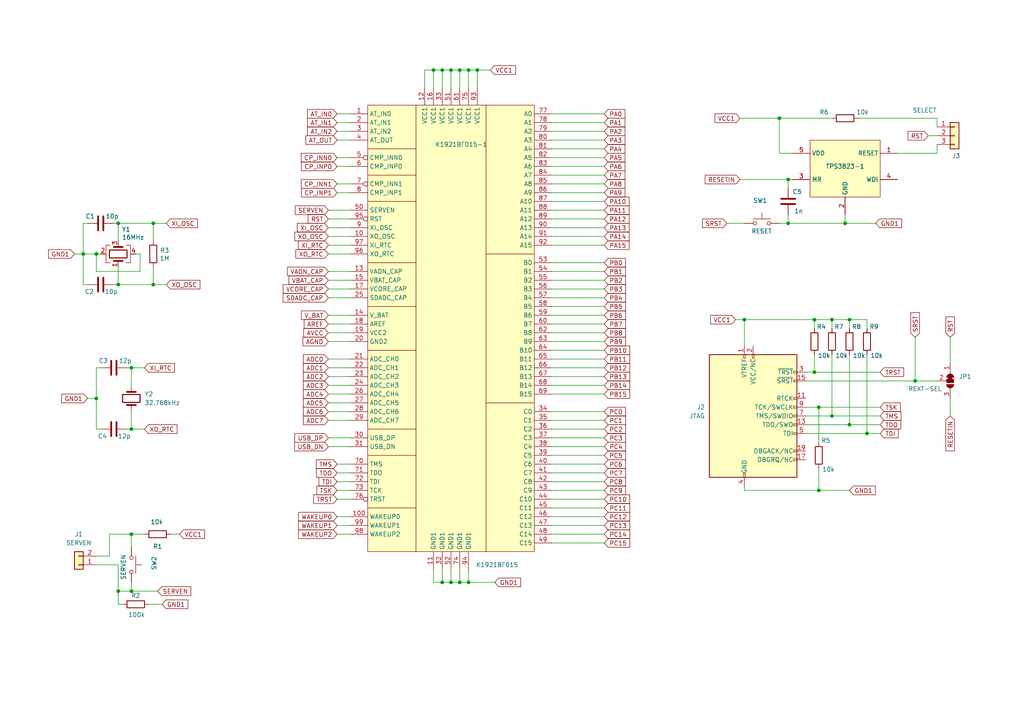
<source format=kicad_sch>
(kicad_sch (version 20250114) (generator "eeschema") (generator_version "9.0")
  (paper "A4")
  (lib_symbols
    (symbol "Connector_Generic:Conn_01x02" (pin_names (offset 1.016) (hide yes))
      (property "Reference" "J" (at 0 2.54 0))
      (property "Value" "Conn_01x02" (at 0 -5.08 0))
      (symbol "Conn_01x02_1_1"
        (rectangle (start -1.27 1.27) (end 1.27 -3.81) (stroke (width 0.254)) (fill (type background)))
        (rectangle (start -1.27 0.127) (end 0 -0.127) (stroke (width 0.1524)))
        (rectangle (start -1.27 -2.413) (end 0 -2.667) (stroke (width 0.1524)))
        (pin passive line (at -5.08 0 0) (length 3.81) (name "Pin_1") (number "1"))
        (pin passive line (at -5.08 -2.54 0) (length 3.81) (name "Pin_2") (number "2"))
      )
    )
    (symbol "Connector_Generic:Conn_01x03" (pin_names (offset 1.016) (hide yes))
      (property "Reference" "J" (at 0 5.08 0))
      (property "Value" "Conn_01x03" (at 0 -5.08 0))
      (symbol "Conn_01x03_1_1"
        (rectangle (start -1.27 3.81) (end 1.27 -3.81) (stroke (width 0.254)) (fill (type background)))
        (rectangle (start -1.27 2.667) (end 0 2.413) (stroke (width 0.1524)))
        (rectangle (start -1.27 0.127) (end 0 -0.127) (stroke (width 0.1524)))
        (rectangle (start -1.27 -2.413) (end 0 -2.667) (stroke (width 0.1524)))
        (pin passive line (at -5.08 2.54 0) (length 3.81) (name "Pin_1") (number "1"))
        (pin passive line (at -5.08 0 0) (length 3.81) (name "Pin_2") (number "2"))
        (pin passive line (at -5.08 -2.54 0) (length 3.81) (name "Pin_3") (number "3"))
      )
    )
    (symbol "Device:C" (pin_numbers (hide yes)) (pin_names (offset 0.254))
      (property "Reference" "C" (at 0.635 2.54 0))
      (property "Value" "C" (at 0.635 -2.54 0))
      (symbol "C_0_1"
        (polyline (pts (xy -2.032 0.762) (xy 2.032 0.762)) (stroke (width 0.508)))
        (polyline (pts (xy -2.032 -0.762) (xy 2.032 -0.762)) (stroke (width 0.508)))
      )
      (symbol "C_1_1"
        (pin passive line (at 0 3.81 270) (length 2.794) (name "~") (number "1"))
        (pin passive line (at 0 -3.81 90) (length 2.794) (name "~") (number "2"))
      )
    )
    (symbol "Device:Crystal" (pin_numbers (hide yes)) (pin_names (offset 1.016) (hide yes))
      (property "Reference" "Y" (at 0 3.81 0))
      (property "Value" "Crystal" (at 0 -3.81 0))
      (symbol "Crystal_0_1"
        (polyline (pts (xy -2.54 0) (xy -1.905 0)))
        (polyline (pts (xy -1.905 -1.27) (xy -1.905 1.27)) (stroke (width 0.508)))
        (rectangle (start -1.143 2.54) (end 1.143 -2.54) (stroke (width 0.3048)))
        (polyline (pts (xy 1.905 -1.27) (xy 1.905 1.27)) (stroke (width 0.508)))
        (polyline (pts (xy 2.54 0) (xy 1.905 0)))
      )
      (symbol "Crystal_1_1"
        (pin passive line (at -3.81 0 0) (length 1.27) (name "1") (number "1"))
        (pin passive line (at 3.81 0 180) (length 1.27) (name "2") (number "2"))
      )
    )
    (symbol "Device:Crystal_GND24" (pin_names (offset 1.016) (hide yes))
      (property "Reference" "Y" (at 3.175 5.08 0))
      (property "Value" "Crystal_GND24" (at 3.175 3.175 0))
      (symbol "Crystal_GND24_0_1"
        (polyline (pts (xy -2.54 2.286) (xy -2.54 3.556) (xy 2.54 3.556) (xy 2.54 2.286)))
        (polyline (pts (xy -2.54 0) (xy -2.032 0)))
        (polyline (pts (xy -2.54 -2.286) (xy -2.54 -3.556) (xy 2.54 -3.556) (xy 2.54 -2.286)))
        (polyline (pts (xy -2.032 -1.27) (xy -2.032 1.27)) (stroke (width 0.508)))
        (rectangle (start -1.143 2.54) (end 1.143 -2.54) (stroke (width 0.3048)))
        (polyline (pts (xy 0 3.556) (xy 0 3.81)))
        (polyline (pts (xy 0 -3.81) (xy 0 -3.556)))
        (polyline (pts (xy 2.032 0) (xy 2.54 0)))
        (polyline (pts (xy 2.032 -1.27) (xy 2.032 1.27)) (stroke (width 0.508)))
      )
      (symbol "Crystal_GND24_1_1"
        (pin passive line (at -3.81 0 0) (length 1.27) (name "1") (number "1"))
        (pin passive line (at 0 5.08 270) (length 1.27) (name "2") (number "2"))
        (pin passive line (at 0 -5.08 90) (length 1.27) (name "4") (number "4"))
        (pin passive line (at 3.81 0 180) (length 1.27) (name "3") (number "3"))
      )
    )
    (symbol "Device:R" (pin_numbers (hide yes)) (pin_names (offset 0))
      (property "Reference" "R" (at 2.032 0 90))
      (property "Value" "R" (at 0 0 90))
      (symbol "R_0_1"
        (rectangle (start -1.016 -2.54) (end 1.016 2.54) (stroke (width 0.254)))
      )
      (symbol "R_1_1"
        (pin passive line (at 0 3.81 270) (length 1.27) (name "~") (number "1"))
        (pin passive line (at 0 -3.81 90) (length 1.27) (name "~") (number "2"))
      )
    )
    (symbol "Jumper:SolderJumper_3_Bridged12" (pin_names (offset 0) (hide yes)) (exclude_from_sim yes) (in_bom no)
      (property "Reference" "JP" (at -2.54 -2.54 0))
      (property "Value" "SolderJumper_3_Bridged12" (at 0 2.794 0))
      (symbol "SolderJumper_3_Bridged12_0_1"
        (polyline (pts (xy -2.54 0) (xy -2.032 0)))
        (polyline (pts (xy -1.016 1.016) (xy -1.016 -1.016)))
        (rectangle (start -1.016 0.508) (end -0.508 -0.508) (fill (type outline)))
        (arc (start -1.016 -1.016) (mid -2.0276 0) (end -1.016 1.016))
        (arc (start -1.016 -1.016) (mid -2.0276 0) (end -1.016 1.016) (fill (type outline)))
        (rectangle (start -0.508 1.016) (end 0.508 -1.016) (fill (type outline)))
        (polyline (pts (xy 0 -1.27) (xy 0 -1.016)))
        (arc (start 1.016 1.016) (mid 2.0276 0) (end 1.016 -1.016))
        (arc (start 1.016 1.016) (mid 2.0276 0) (end 1.016 -1.016) (fill (type outline)))
        (polyline (pts (xy 1.016 1.016) (xy 1.016 -1.016)))
        (polyline (pts (xy 2.54 0) (xy 2.032 0)))
      )
      (symbol "SolderJumper_3_Bridged12_1_1"
        (pin passive line (at -5.08 0 0) (length 2.54) (name "A") (number "1"))
        (pin passive line (at 0 -3.81 90) (length 2.54) (name "C") (number "2"))
        (pin passive line (at 5.08 0 180) (length 2.54) (name "B") (number "3"))
      )
    )
    (symbol "K1921VG015:JTAG_20" (pin_names (offset 1.016))
      (property "Reference" "J2" (at -13.97 1.2701 0))
      (property "Value" "JTAG" (at -13.97 -1.2699 0))
      (property "Footprint" "Connector_PinHeader_2.54mm:PinHeader_2x10_P2.54mm_Vertical" (at 11.43 -26.67 0))
      (symbol "JTAG_20_0_1"
        (rectangle (start -12.7 17.78) (end 12.7 -17.78) (stroke (width 0.254)) (fill (type background)))
        (rectangle (start -2.794 17.78) (end -2.286 16.764))
        (rectangle (start -2.794 -17.78) (end -2.286 -16.764))
        (rectangle (start -0.254 17.78) (end 0.254 16.764))
        (rectangle (start 11.684 2.286) (end 12.7 2.794))
        (rectangle (start 12.7 12.954) (end 11.684 12.446))
        (rectangle (start 12.7 10.414) (end 11.684 9.906))
        (rectangle (start 12.7 4.826) (end 11.684 5.334))
        (rectangle (start 12.7 -0.254) (end 11.684 0.254))
        (rectangle (start 12.7 -2.794) (end 11.684 -2.286))
        (rectangle (start 12.7 -9.906) (end 11.684 -10.414))
        (rectangle (start 12.7 -12.446) (end 11.684 -12.954))
      )
      (symbol "JTAG_20_1_1"
        (rectangle (start 11.684 -5.334) (end 12.7 -4.826))
        (pin power_in line (at -2.54 20.32 270) (length 2.54) (name "VTREF") (number "1"))
        (pin passive line (at -2.54 -20.32 90) (length 2.54) (hide yes) (name "GND") (number "10"))
        (pin passive line (at -2.54 -20.32 90) (length 2.54) (hide yes) (name "GND") (number "12"))
        (pin passive line (at -2.54 -20.32 90) (length 2.54) (hide yes) (name "GND") (number "14"))
        (pin passive line (at -2.54 -20.32 90) (length 2.54) (hide yes) (name "GND") (number "16"))
        (pin passive line (at -2.54 -20.32 90) (length 2.54) (hide yes) (name "GND") (number "18"))
        (pin passive line (at -2.54 -20.32 90) (length 2.54) (hide yes) (name "GND") (number "20"))
        (pin power_in line (at -2.54 -20.32 90) (length 2.54) (name "GND") (number "4"))
        (pin passive line (at -2.54 -20.32 90) (length 2.54) (hide yes) (name "GND") (number "6"))
        (pin passive line (at -2.54 -20.32 90) (length 2.54) (hide yes) (name "GND") (number "8"))
        (pin power_in line (at 0 20.32 270) (length 2.54) (name "VCC/NC") (number "2"))
        (pin output line (at 15.24 12.7 180) (length 2.54) (name "~{TRST}") (number "3"))
        (pin bidirectional line (at 15.24 10.16 180) (length 2.54) (name "~{SRST}") (number "15"))
        (pin input line (at 15.24 5.08 180) (length 2.54) (name "RTCK") (number "11"))
        (pin output line (at 15.24 2.54 180) (length 2.54) (name "TCK/SWCLK") (number "9"))
        (pin output line (at 15.24 0 180) (length 2.54) (name "TMS/SWDIO") (number "7"))
        (pin input line (at 15.24 -2.54 180) (length 2.54) (name "TDO/SWO") (number "13"))
        (pin output line (at 15.24 -5.08 180) (length 2.54) (name "TDI") (number "5"))
        (pin input line (at 15.24 -10.16 180) (length 2.54) (name "DBGACK/NC") (number "19"))
        (pin output line (at 15.24 -12.7 180) (length 2.54) (name "DBGRQ/NC") (number "17"))
      )
    )
    (symbol "K1921VG015:K1921VG015"
      (property "Reference" "К1921ВГ015" (at -0.508 49.784 0))
      (symbol "K1921VG015_0_1"
        (rectangle (start -24.13 62.23) (end 24.13 -67.31) (fill (type background)))
        (polyline (pts (xy -24.13 49.53) (xy -10.16 49.53)))
        (polyline (pts (xy -24.13 41.91) (xy -10.16 41.91)))
        (polyline (pts (xy -24.13 34.29) (xy -10.16 34.29)))
        (polyline (pts (xy -24.13 16.51) (xy -10.16 16.51)))
        (polyline (pts (xy -24.13 3.81) (xy -10.16 3.81)))
        (polyline (pts (xy -24.13 -8.89) (xy -10.16 -8.89)))
        (polyline (pts (xy -24.13 -31.75) (xy -10.16 -31.75)))
        (polyline (pts (xy -24.13 -39.37) (xy -10.16 -39.37)))
        (polyline (pts (xy -24.13 -54.61) (xy -10.16 -54.61)))
        (polyline (pts (xy -10.16 62.23) (xy -10.16 -67.31)))
        (polyline (pts (xy 10.16 62.23) (xy 10.16 -67.31)))
        (polyline (pts (xy 10.16 19.05) (xy 24.13 19.05)))
        (polyline (pts (xy 10.16 -24.13) (xy 24.13 -24.13)))
      )
      (symbol "K1921VG015_1_1"
        (pin bidirectional line (at -29.21 59.69 0) (length 5.08) (name "AT_IN0") (number "1"))
        (pin bidirectional line (at -29.21 57.15 0) (length 5.08) (name "AT_IN1") (number "2"))
        (pin bidirectional line (at -29.21 54.61 0) (length 5.08) (name "AT_IN2") (number "3"))
        (pin bidirectional line (at -29.21 52.07 0) (length 5.08) (name "AT_OUT") (number "4"))
        (pin input inverted (at -29.21 46.99 0) (length 5.08) (name "CMP_INN0") (number "5"))
        (pin input line (at -29.21 44.45 0) (length 5.08) (name "CMP_INP0") (number "6"))
        (pin input inverted (at -29.21 39.37 0) (length 5.08) (name "CMP_INN1") (number "7"))
        (pin input line (at -29.21 36.83 0) (length 5.08) (name "CMP_INP1") (number "8"))
        (pin input line (at -29.21 31.75 0) (length 5.08) (name "SERVEN") (number "50"))
        (pin input inverted (at -29.21 29.21 0) (length 5.08) (name "RST") (number "95"))
        (pin input line (at -29.21 26.67 0) (length 5.08) (name "XI_OSC") (number "9"))
        (pin input line (at -29.21 24.13 0) (length 5.08) (name "XO_OSC") (number "10"))
        (pin input line (at -29.21 21.59 0) (length 5.08) (name "XI_RTC") (number "97"))
        (pin input line (at -29.21 19.05 0) (length 5.08) (name "XO_RTC") (number "96"))
        (pin input line (at -29.21 13.97 0) (length 5.08) (name "VAON_CAP") (number "13"))
        (pin input line (at -29.21 11.43 0) (length 5.08) (name "VBAT_CAP") (number "15"))
        (pin input line (at -29.21 8.89 0) (length 5.08) (name "VCORE_CAP") (number "17"))
        (pin input line (at -29.21 6.35 0) (length 5.08) (name "SDADC_CAP") (number "25"))
        (pin power_in line (at -29.21 1.27 0) (length 5.08) (name "V_BAT") (number "14"))
        (pin power_in line (at -29.21 -1.27 0) (length 5.08) (name "AREF") (number "18"))
        (pin power_in line (at -29.21 -3.81 0) (length 5.08) (name "VCC2") (number "19"))
        (pin power_in line (at -29.21 -6.35 0) (length 5.08) (name "GND2") (number "20"))
        (pin input line (at -29.21 -11.43 0) (length 5.08) (name "ADC_CH0") (number "21"))
        (pin input line (at -29.21 -13.97 0) (length 5.08) (name "ADC_CH1") (number "22"))
        (pin input line (at -29.21 -16.51 0) (length 5.08) (name "ADC_CH2") (number "23"))
        (pin input line (at -29.21 -19.05 0) (length 5.08) (name "ADC_CH3") (number "24"))
        (pin input line (at -29.21 -21.59 0) (length 5.08) (name "ADC_CH4") (number "26"))
        (pin input line (at -29.21 -24.13 0) (length 5.08) (name "ADC_CH5") (number "27"))
        (pin input line (at -29.21 -26.67 0) (length 5.08) (name "ADC_CH6") (number "28"))
        (pin input line (at -29.21 -29.21 0) (length 5.08) (name "ADC_CH7") (number "29"))
        (pin bidirectional line (at -29.21 -34.29 0) (length 5.08) (name "USB_DP") (number "30"))
        (pin bidirectional line (at -29.21 -36.83 0) (length 5.08) (name "USB_DN") (number "31"))
        (pin input line (at -29.21 -41.91 0) (length 5.08) (name "TMS") (number "70"))
        (pin output line (at -29.21 -44.45 0) (length 5.08) (name "TDO") (number "71"))
        (pin input line (at -29.21 -46.99 0) (length 5.08) (name "TDI") (number "72"))
        (pin input line (at -29.21 -49.53 0) (length 5.08) (name "TCK") (number "73"))
        (pin input inverted (at -29.21 -52.07 0) (length 5.08) (name "TRST") (number "76"))
        (pin input line (at -29.21 -57.15 0) (length 5.08) (name "WAKEUP0") (number "100"))
        (pin input line (at -29.21 -59.69 0) (length 5.08) (name "WAKEUP1") (number "99"))
        (pin input line (at -29.21 -62.23 0) (length 5.08) (name "WAKEUP2") (number "98"))
        (pin power_in line (at -7.62 67.31 270) (length 5.08) (name "VCC1") (number "12"))
        (pin power_in line (at -5.08 67.31 270) (length 5.08) (name "VCC1") (number "16"))
        (pin power_in line (at -5.08 -72.39 90) (length 5.08) (name "GND1") (number "11"))
        (pin power_in line (at -2.54 67.31 270) (length 5.08) (name "VCC1") (number "33"))
        (pin power_in line (at -2.54 -72.39 90) (length 5.08) (name "GND1") (number "32"))
        (pin power_in line (at 0 67.31 270) (length 5.08) (name "VCC1") (number "51"))
        (pin power_in line (at 0 -72.39 90) (length 5.08) (name "GND1") (number "52"))
        (pin power_in line (at 2.54 67.31 270) (length 5.08) (name "VCC1") (number "61"))
        (pin power_in line (at 2.54 -72.39 90) (length 5.08) (name "GND1") (number "74"))
        (pin power_in line (at 5.08 67.31 270) (length 5.08) (name "VCC1") (number "75"))
        (pin power_in line (at 5.08 -72.39 90) (length 5.08) (name "GND1") (number "94"))
        (pin power_in line (at 7.62 67.31 270) (length 5.08) (name "VCC1") (number "93"))
        (pin bidirectional line (at 29.21 59.69 180) (length 5.08) (name "A0") (number "77"))
        (pin bidirectional line (at 29.21 57.15 180) (length 5.08) (name "A1") (number "78"))
        (pin bidirectional line (at 29.21 54.61 180) (length 5.08) (name "A2") (number "79"))
        (pin bidirectional line (at 29.21 52.07 180) (length 5.08) (name "A3") (number "80"))
        (pin bidirectional line (at 29.21 49.53 180) (length 5.08) (name "A4") (number "81"))
        (pin bidirectional line (at 29.21 46.99 180) (length 5.08) (name "A5") (number "82"))
        (pin bidirectional line (at 29.21 44.45 180) (length 5.08) (name "A6") (number "83"))
        (pin bidirectional line (at 29.21 41.91 180) (length 5.08) (name "A7") (number "84"))
        (pin bidirectional line (at 29.21 39.37 180) (length 5.08) (name "A8") (number "85"))
        (pin bidirectional line (at 29.21 36.83 180) (length 5.08) (name "A9") (number "86"))
        (pin bidirectional line (at 29.21 34.29 180) (length 5.08) (name "A10") (number "87"))
        (pin bidirectional line (at 29.21 31.75 180) (length 5.08) (name "A11") (number "88"))
        (pin bidirectional line (at 29.21 29.21 180) (length 5.08) (name "A12") (number "89"))
        (pin bidirectional line (at 29.21 26.67 180) (length 5.08) (name "A13") (number "90"))
        (pin bidirectional line (at 29.21 24.13 180) (length 5.08) (name "A14") (number "91"))
        (pin bidirectional line (at 29.21 21.59 180) (length 5.08) (name "A15") (number "92"))
        (pin bidirectional line (at 29.21 16.51 180) (length 5.08) (name "B0") (number "53"))
        (pin bidirectional line (at 29.21 13.97 180) (length 5.08) (name "B1") (number "54"))
        (pin bidirectional line (at 29.21 11.43 180) (length 5.08) (name "B2") (number "55"))
        (pin bidirectional line (at 29.21 8.89 180) (length 5.08) (name "B3") (number "56"))
        (pin bidirectional line (at 29.21 6.35 180) (length 5.08) (name "B4") (number "57"))
        (pin bidirectional line (at 29.21 3.81 180) (length 5.08) (name "B5") (number "58"))
        (pin bidirectional line (at 29.21 1.27 180) (length 5.08) (name "B6") (number "59"))
        (pin bidirectional line (at 29.21 -1.27 180) (length 5.08) (name "B7") (number "60"))
        (pin bidirectional line (at 29.21 -3.81 180) (length 5.08) (name "B8") (number "62"))
        (pin bidirectional line (at 29.21 -6.35 180) (length 5.08) (name "B9") (number "63"))
        (pin bidirectional line (at 29.21 -8.89 180) (length 5.08) (name "B10") (number "64"))
        (pin bidirectional line (at 29.21 -11.43 180) (length 5.08) (name "B11") (number "65"))
        (pin bidirectional line (at 29.21 -13.97 180) (length 5.08) (name "B12") (number "66"))
        (pin bidirectional line (at 29.21 -16.51 180) (length 5.08) (name "B13") (number "67"))
        (pin bidirectional line (at 29.21 -19.05 180) (length 5.08) (name "B14") (number "68"))
        (pin bidirectional line (at 29.21 -21.59 180) (length 5.08) (name "B15") (number "69"))
        (pin bidirectional line (at 29.21 -26.67 180) (length 5.08) (name "C0") (number "34"))
        (pin bidirectional line (at 29.21 -29.21 180) (length 5.08) (name "C1") (number "35"))
        (pin bidirectional line (at 29.21 -31.75 180) (length 5.08) (name "C2") (number "36"))
        (pin bidirectional line (at 29.21 -34.29 180) (length 5.08) (name "C3") (number "37"))
        (pin bidirectional line (at 29.21 -36.83 180) (length 5.08) (name "C4") (number "38"))
        (pin bidirectional line (at 29.21 -39.37 180) (length 5.08) (name "C5") (number "39"))
        (pin bidirectional line (at 29.21 -41.91 180) (length 5.08) (name "C6") (number "40"))
        (pin bidirectional line (at 29.21 -44.45 180) (length 5.08) (name "C7") (number "41"))
        (pin bidirectional line (at 29.21 -46.99 180) (length 5.08) (name "C8") (number "42"))
        (pin bidirectional line (at 29.21 -49.53 180) (length 5.08) (name "C9") (number "43"))
        (pin bidirectional line (at 29.21 -52.07 180) (length 5.08) (name "C10") (number "44"))
        (pin bidirectional line (at 29.21 -54.61 180) (length 5.08) (name "C11") (number "45"))
        (pin bidirectional line (at 29.21 -57.15 180) (length 5.08) (name "C12") (number "46"))
        (pin bidirectional line (at 29.21 -59.69 180) (length 5.08) (name "C13") (number "47"))
        (pin bidirectional line (at 29.21 -62.23 180) (length 5.08) (name "C14") (number "48"))
        (pin bidirectional line (at 29.21 -64.77 180) (length 5.08) (name "C15") (number "49"))
      )
    )
    (symbol "K1921VG015:TPS3823-33"
      (property "Reference" "TPS3823-33" (at 0 8.382 0))
      (symbol "TPS3823-33_0_1"
        (rectangle (start -10.16 6.35) (end 10.16 -10.16) (fill (type background)))
      )
      (symbol "TPS3823-33_1_1"
        (pin power_in line (at -15.24 2.54 0) (length 5.08) (name "VDD") (number "5"))
        (pin input line (at -15.24 -5.08 0) (length 5.08) (name "MR") (number "3"))
        (pin power_in line (at 0 -15.24 90) (length 5.08) (name "GND") (number "2"))
        (pin output line (at 15.24 2.54 180) (length 5.08) (name "RESET") (number "1"))
        (pin input line (at 15.24 -5.08 180) (length 5.08) (name "WDI") (number "4"))
      )
    )
    (symbol "Switch:SW_Push" (pin_numbers (hide yes)) (pin_names (offset 1.016) (hide yes))
      (property "Reference" "SW" (at 1.27 2.54 0))
      (property "Value" "SW_Push" (at 0 -1.524 0))
      (symbol "SW_Push_0_1"
        (circle (center -2.032 0) (radius 0.508))
        (polyline (pts (xy 0 1.27) (xy 0 3.048)))
        (circle (center 2.032 0) (radius 0.508))
        (polyline (pts (xy 2.54 1.27) (xy -2.54 1.27)))
        (pin passive line (at -5.08 0 0) (length 2.54) (name "1") (number "1"))
        (pin passive line (at 5.08 0 180) (length 2.54) (name "2") (number "2"))
      )
    )
  )
  (junction (at 38.1 171.45))
  (junction (at 251.46 125.73))
  (junction (at 128.27 20.32))
  (junction (at 135.89 168.91))
  (junction (at 245.11 64.77))
  (junction (at 226.06 34.29))
  (junction (at 27.94 73.66))
  (junction (at 38.1 124.46))
  (junction (at 228.6 64.77))
  (junction (at 44.45 82.55))
  (junction (at 138.43 20.32))
  (junction (at 24.13 73.66))
  (junction (at 215.9 92.71))
  (junction (at 237.49 142.24))
  (junction (at 133.35 168.91))
  (junction (at 237.49 118.11))
  (junction (at 246.38 92.71))
  (junction (at 125.73 20.32))
  (junction (at 236.22 107.95))
  (junction (at 38.1 106.68))
  (junction (at 34.29 171.45))
  (junction (at 128.27 168.91))
  (junction (at 34.29 82.55))
  (junction (at 44.45 64.77))
  (junction (at 130.81 168.91))
  (junction (at 241.3 92.71))
  (junction (at 34.29 64.77))
  (junction (at 38.1 154.94))
  (junction (at 246.38 123.19))
  (junction (at 228.6 52.07))
  (junction (at 135.89 20.32))
  (junction (at 236.22 92.71))
  (junction (at 133.35 20.32))
  (junction (at 241.3 120.65))
  (junction (at 130.81 20.32))
  (junction (at 265.43 110.49))
  (junction (at 27.94 115.57))
  (wire (pts (xy 97.79 48.26) (xy 101.6 48.26)))
  (wire (pts (xy 130.81 20.32) (xy 130.81 25.4)))
  (wire (pts (xy 175.26 147.32) (xy 160.02 147.32)))
  (wire (pts (xy 265.43 110.49) (xy 271.78 110.49)))
  (wire (pts (xy 44.45 82.55) (xy 34.29 82.55)))
  (wire (pts (xy 38.1 119.38) (xy 38.1 124.46)))
  (wire (pts (xy 27.94 161.29) (xy 31.75 161.29)))
  (wire (pts (xy 135.89 165.1) (xy 135.89 168.91)))
  (wire (pts (xy 226.06 34.29) (xy 226.06 44.45)))
  (wire (pts (xy 275.59 115.57) (xy 275.59 120.65)))
  (wire (pts (xy 95.25 121.92) (xy 101.6 121.92)))
  (wire (pts (xy 25.4 115.57) (xy 27.94 115.57)))
  (wire (pts (xy 24.13 64.77) (xy 24.13 73.66)))
  (wire (pts (xy 246.38 102.87) (xy 246.38 123.19)))
  (wire (pts (xy 44.45 64.77) (xy 44.45 69.85)))
  (wire (pts (xy 25.4 82.55) (xy 24.13 82.55)))
  (wire (pts (xy 34.29 82.55) (xy 34.29 77.47)))
  (wire (pts (xy 175.26 129.54) (xy 160.02 129.54)))
  (wire (pts (xy 128.27 168.91) (xy 125.73 168.91)))
  (wire (pts (xy 24.13 73.66) (xy 24.13 82.55)))
  (wire (pts (xy 175.26 149.86) (xy 160.02 149.86)))
  (wire (pts (xy 175.26 93.98) (xy 160.02 93.98)))
  (wire (pts (xy 43.18 175.26) (xy 46.99 175.26)))
  (wire (pts (xy 175.26 76.2) (xy 160.02 76.2)))
  (wire (pts (xy 97.79 137.16) (xy 101.6 137.16)))
  (wire (pts (xy 241.3 34.29) (xy 226.06 34.29)))
  (wire (pts (xy 133.35 165.1) (xy 133.35 168.91)))
  (wire (pts (xy 251.46 102.87) (xy 251.46 125.73)))
  (wire (pts (xy 38.1 154.94) (xy 31.75 154.94)))
  (wire (pts (xy 175.26 114.3) (xy 160.02 114.3)))
  (wire (pts (xy 95.25 63.5) (xy 101.6 63.5)))
  (wire (pts (xy 95.25 111.76) (xy 101.6 111.76)))
  (wire (pts (xy 241.3 92.71) (xy 246.38 92.71)))
  (wire (pts (xy 97.79 144.78) (xy 101.6 144.78)))
  (wire (pts (xy 95.25 66.04) (xy 101.6 66.04)))
  (wire (pts (xy 97.79 134.62) (xy 101.6 134.62)))
  (wire (pts (xy 38.1 168.91) (xy 38.1 171.45)))
  (wire (pts (xy 38.1 171.45) (xy 45.72 171.45)))
  (wire (pts (xy 44.45 82.55) (xy 48.26 82.55)))
  (wire (pts (xy 269.24 39.37) (xy 271.78 39.37)))
  (wire (pts (xy 135.89 20.32) (xy 138.43 20.32)))
  (wire (pts (xy 236.22 107.95) (xy 255.27 107.95)))
  (wire (pts (xy 138.43 20.32) (xy 142.24 20.32)))
  (wire (pts (xy 21.59 73.66) (xy 24.13 73.66)))
  (wire (pts (xy 95.25 109.22) (xy 101.6 109.22)))
  (wire (pts (xy 95.25 93.98) (xy 101.6 93.98)))
  (wire (pts (xy 275.59 97.79) (xy 275.59 105.41)))
  (wire (pts (xy 44.45 77.47) (xy 44.45 82.55)))
  (wire (pts (xy 215.9 142.24) (xy 215.9 140.97)))
  (wire (pts (xy 31.75 154.94) (xy 31.75 161.29)))
  (wire (pts (xy 175.26 63.5) (xy 160.02 63.5)))
  (wire (pts (xy 175.26 132.08) (xy 160.02 132.08)))
  (wire (pts (xy 97.79 139.7) (xy 101.6 139.7)))
  (wire (pts (xy 41.91 154.94) (xy 38.1 154.94)))
  (wire (pts (xy 34.29 171.45) (xy 34.29 163.83)))
  (wire (pts (xy 237.49 118.11) (xy 255.27 118.11)))
  (wire (pts (xy 248.92 34.29) (xy 271.78 34.29)))
  (wire (pts (xy 34.29 171.45) (xy 38.1 171.45)))
  (wire (pts (xy 95.25 104.14) (xy 101.6 104.14)))
  (wire (pts (xy 95.25 116.84) (xy 101.6 116.84)))
  (wire (pts (xy 175.26 139.7) (xy 160.02 139.7)))
  (wire (pts (xy 95.25 73.66) (xy 101.6 73.66)))
  (wire (pts (xy 175.26 142.24) (xy 160.02 142.24)))
  (wire (pts (xy 97.79 154.94) (xy 101.6 154.94)))
  (wire (pts (xy 175.26 121.92) (xy 160.02 121.92)))
  (wire (pts (xy 175.26 50.8) (xy 160.02 50.8)))
  (wire (pts (xy 175.26 154.94) (xy 160.02 154.94)))
  (wire (pts (xy 128.27 165.1) (xy 128.27 168.91)))
  (wire (pts (xy 38.1 124.46) (xy 41.91 124.46)))
  (wire (pts (xy 175.26 81.28) (xy 160.02 81.28)))
  (wire (pts (xy 175.26 152.4) (xy 160.02 152.4)))
  (wire (pts (xy 97.79 152.4) (xy 101.6 152.4)))
  (wire (pts (xy 34.29 64.77) (xy 34.29 69.85)))
  (wire (pts (xy 143.51 168.91) (xy 135.89 168.91)))
  (wire (pts (xy 271.78 44.45) (xy 260.35 44.45)))
  (wire (pts (xy 95.25 60.96) (xy 101.6 60.96)))
  (wire (pts (xy 128.27 20.32) (xy 128.27 25.4)))
  (wire (pts (xy 245.11 64.77) (xy 245.11 62.23)))
  (wire (pts (xy 233.68 120.65) (xy 241.3 120.65)))
  (wire (pts (xy 130.81 168.91) (xy 128.27 168.91)))
  (wire (pts (xy 233.68 123.19) (xy 246.38 123.19)))
  (wire (pts (xy 133.35 20.32) (xy 133.35 25.4)))
  (wire (pts (xy 237.49 128.27) (xy 237.49 118.11)))
  (wire (pts (xy 44.45 64.77) (xy 34.29 64.77)))
  (wire (pts (xy 175.26 137.16) (xy 160.02 137.16)))
  (wire (pts (xy 175.26 119.38) (xy 160.02 119.38)))
  (wire (pts (xy 25.4 64.77) (xy 24.13 64.77)))
  (wire (pts (xy 241.3 92.71) (xy 241.3 95.25)))
  (wire (pts (xy 246.38 123.19) (xy 255.27 123.19)))
  (wire (pts (xy 35.56 175.26) (xy 34.29 175.26)))
  (wire (pts (xy 233.68 110.49) (xy 265.43 110.49)))
  (wire (pts (xy 125.73 20.32) (xy 125.73 25.4)))
  (wire (pts (xy 38.1 106.68) (xy 38.1 111.76)))
  (wire (pts (xy 175.26 68.58) (xy 160.02 68.58)))
  (wire (pts (xy 130.81 165.1) (xy 130.81 168.91)))
  (wire (pts (xy 133.35 20.32) (xy 135.89 20.32)))
  (wire (pts (xy 175.26 88.9) (xy 160.02 88.9)))
  (wire (pts (xy 49.53 154.94) (xy 52.07 154.94)))
  (wire (pts (xy 97.79 40.64) (xy 101.6 40.64)))
  (wire (pts (xy 40.64 73.66) (xy 40.64 78.74)))
  (wire (pts (xy 237.49 135.89) (xy 237.49 142.24)))
  (wire (pts (xy 226.06 64.77) (xy 228.6 64.77)))
  (wire (pts (xy 175.26 53.34) (xy 160.02 53.34)))
  (wire (pts (xy 97.79 35.56) (xy 101.6 35.56)))
  (wire (pts (xy 175.26 78.74) (xy 160.02 78.74)))
  (wire (pts (xy 271.78 41.91) (xy 271.78 44.45)))
  (wire (pts (xy 175.26 45.72) (xy 160.02 45.72)))
  (wire (pts (xy 254 64.77) (xy 245.11 64.77)))
  (wire (pts (xy 215.9 100.33) (xy 215.9 92.71)))
  (wire (pts (xy 236.22 92.71) (xy 241.3 92.71)))
  (wire (pts (xy 175.26 134.62) (xy 160.02 134.62)))
  (wire (pts (xy 97.79 53.34) (xy 101.6 53.34)))
  (wire (pts (xy 38.1 106.68) (xy 41.91 106.68)))
  (wire (pts (xy 97.79 149.86) (xy 101.6 149.86)))
  (wire (pts (xy 271.78 36.83) (xy 271.78 34.29)))
  (wire (pts (xy 95.25 81.28) (xy 101.6 81.28)))
  (wire (pts (xy 36.83 124.46) (xy 38.1 124.46)))
  (wire (pts (xy 175.26 35.56) (xy 160.02 35.56)))
  (wire (pts (xy 95.25 96.52) (xy 101.6 96.52)))
  (wire (pts (xy 33.02 82.55) (xy 34.29 82.55)))
  (wire (pts (xy 175.26 111.76) (xy 160.02 111.76)))
  (wire (pts (xy 175.26 144.78) (xy 160.02 144.78)))
  (wire (pts (xy 38.1 158.75) (xy 38.1 154.94)))
  (wire (pts (xy 95.25 91.44) (xy 101.6 91.44)))
  (wire (pts (xy 175.26 66.04) (xy 160.02 66.04)))
  (wire (pts (xy 175.26 109.22) (xy 160.02 109.22)))
  (wire (pts (xy 175.26 58.42) (xy 160.02 58.42)))
  (wire (pts (xy 95.25 106.68) (xy 101.6 106.68)))
  (wire (pts (xy 265.43 97.79) (xy 265.43 110.49)))
  (wire (pts (xy 236.22 92.71) (xy 236.22 95.25)))
  (wire (pts (xy 175.26 55.88) (xy 160.02 55.88)))
  (wire (pts (xy 95.25 99.06) (xy 101.6 99.06)))
  (wire (pts (xy 175.26 71.12) (xy 160.02 71.12)))
  (wire (pts (xy 36.83 106.68) (xy 38.1 106.68)))
  (wire (pts (xy 95.25 83.82) (xy 101.6 83.82)))
  (wire (pts (xy 97.79 55.88) (xy 101.6 55.88)))
  (wire (pts (xy 175.26 104.14) (xy 160.02 104.14)))
  (wire (pts (xy 27.94 73.66) (xy 29.21 73.66)))
  (wire (pts (xy 27.94 163.83) (xy 34.29 163.83)))
  (wire (pts (xy 251.46 125.73) (xy 255.27 125.73)))
  (wire (pts (xy 175.26 83.82) (xy 160.02 83.82)))
  (wire (pts (xy 175.26 38.1) (xy 160.02 38.1)))
  (wire (pts (xy 236.22 107.95) (xy 233.68 107.95)))
  (wire (pts (xy 175.26 157.48) (xy 160.02 157.48)))
  (wire (pts (xy 246.38 92.71) (xy 246.38 95.25)))
  (wire (pts (xy 34.29 175.26) (xy 34.29 171.45)))
  (wire (pts (xy 95.25 86.36) (xy 101.6 86.36)))
  (wire (pts (xy 97.79 45.72) (xy 101.6 45.72)))
  (wire (pts (xy 97.79 38.1) (xy 101.6 38.1)))
  (wire (pts (xy 175.26 86.36) (xy 160.02 86.36)))
  (wire (pts (xy 246.38 142.24) (xy 237.49 142.24)))
  (wire (pts (xy 123.19 25.4) (xy 123.19 20.32)))
  (wire (pts (xy 27.94 106.68) (xy 27.94 115.57)))
  (wire (pts (xy 95.25 71.12) (xy 101.6 71.12)))
  (wire (pts (xy 125.73 20.32) (xy 128.27 20.32)))
  (wire (pts (xy 24.13 73.66) (xy 27.94 73.66)))
  (wire (pts (xy 27.94 115.57) (xy 27.94 124.46)))
  (wire (pts (xy 125.73 168.91) (xy 125.73 165.1)))
  (wire (pts (xy 215.9 92.71) (xy 236.22 92.71)))
  (wire (pts (xy 97.79 142.24) (xy 101.6 142.24)))
  (wire (pts (xy 241.3 120.65) (xy 241.3 102.87)))
  (wire (pts (xy 175.26 40.64) (xy 160.02 40.64)))
  (wire (pts (xy 128.27 20.32) (xy 130.81 20.32)))
  (wire (pts (xy 228.6 52.07) (xy 228.6 54.61)))
  (wire (pts (xy 123.19 20.32) (xy 125.73 20.32)))
  (wire (pts (xy 175.26 99.06) (xy 160.02 99.06)))
  (wire (pts (xy 228.6 62.23) (xy 228.6 64.77)))
  (wire (pts (xy 226.06 44.45) (xy 229.87 44.45)))
  (wire (pts (xy 130.81 20.32) (xy 133.35 20.32)))
  (wire (pts (xy 175.26 48.26) (xy 160.02 48.26)))
  (wire (pts (xy 175.26 106.68) (xy 160.02 106.68)))
  (wire (pts (xy 95.25 68.58) (xy 101.6 68.58)))
  (wire (pts (xy 229.87 52.07) (xy 228.6 52.07)))
  (wire (pts (xy 175.26 33.02) (xy 160.02 33.02)))
  (wire (pts (xy 210.82 64.77) (xy 215.9 64.77)))
  (wire (pts (xy 175.26 43.18) (xy 160.02 43.18)))
  (wire (pts (xy 29.21 124.46) (xy 27.94 124.46)))
  (wire (pts (xy 237.49 142.24) (xy 215.9 142.24)))
  (wire (pts (xy 29.21 106.68) (xy 27.94 106.68)))
  (wire (pts (xy 251.46 92.71) (xy 246.38 92.71)))
  (wire (pts (xy 135.89 20.32) (xy 135.89 25.4)))
  (wire (pts (xy 175.26 91.44) (xy 160.02 91.44)))
  (wire (pts (xy 236.22 102.87) (xy 236.22 107.95)))
  (wire (pts (xy 95.25 129.54) (xy 101.6 129.54)))
  (wire (pts (xy 245.11 64.77) (xy 228.6 64.77)))
  (wire (pts (xy 175.26 127) (xy 160.02 127)))
  (wire (pts (xy 40.64 73.66) (xy 39.37 73.66)))
  (wire (pts (xy 33.02 64.77) (xy 34.29 64.77)))
  (wire (pts (xy 233.68 118.11) (xy 237.49 118.11)))
  (wire (pts (xy 233.68 125.73) (xy 251.46 125.73)))
  (wire (pts (xy 95.25 119.38) (xy 101.6 119.38)))
  (wire (pts (xy 97.79 33.02) (xy 101.6 33.02)))
  (wire (pts (xy 95.25 127) (xy 101.6 127)))
  (wire (pts (xy 138.43 20.32) (xy 138.43 25.4)))
  (wire (pts (xy 133.35 168.91) (xy 130.81 168.91)))
  (wire (pts (xy 175.26 60.96) (xy 160.02 60.96)))
  (wire (pts (xy 175.26 96.52) (xy 160.02 96.52)))
  (wire (pts (xy 175.26 124.46) (xy 160.02 124.46)))
  (wire (pts (xy 27.94 78.74) (xy 27.94 73.66)))
  (wire (pts (xy 95.25 114.3) (xy 101.6 114.3)))
  (wire (pts (xy 214.63 52.07) (xy 228.6 52.07)))
  (wire (pts (xy 44.45 64.77) (xy 48.26 64.77)))
  (wire (pts (xy 40.64 78.74) (xy 27.94 78.74)))
  (wire (pts (xy 175.26 101.6) (xy 160.02 101.6)))
  (wire (pts (xy 213.36 92.71) (xy 215.9 92.71)))
  (wire (pts (xy 251.46 95.25) (xy 251.46 92.71)))
  (wire (pts (xy 135.89 168.91) (xy 133.35 168.91)))
  (wire (pts (xy 241.3 120.65) (xy 255.27 120.65)))
  (wire (pts (xy 95.25 78.74) (xy 101.6 78.74)))
  (wire (pts (xy 214.63 34.29) (xy 226.06 34.29)))
  (global_label "TDO" (shape input) (at 97.79 137.16 180) (property "Intersheetrefs" "${INTERSHEET_REFS}" (effects (hide yes))))
  (global_label "SDADC_CAP" (shape input) (at 95.25 86.36 180) (property "Intersheetrefs" "${INTERSHEET_REFS}" (effects (hide yes))))
  (global_label "PC0" (shape input) (at 175.26 119.38 0) (property "Intersheetrefs" "${INTERSHEET_REFS}" (effects (hide yes))))
  (global_label "PB1" (shape input) (at 175.26 78.74 0) (property "Intersheetrefs" "${INTERSHEET_REFS}" (effects (hide yes))))
  (global_label "AVCC" (shape input) (at 95.25 96.52 180) (property "Intersheetrefs" "${INTERSHEET_REFS}" (effects (hide yes))))
  (global_label "VCC1" (shape input) (at 142.24 20.32 0) (property "Intersheetrefs" "${INTERSHEET_REFS}" (effects (hide yes))))
  (global_label "GND1" (shape input) (at 25.4 115.57 180) (property "Intersheetrefs" "${INTERSHEET_REFS}" (effects (hide yes))))
  (global_label "PB6" (shape input) (at 175.26 91.44 0) (property "Intersheetrefs" "${INTERSHEET_REFS}" (effects (hide yes))))
  (global_label "TDI" (shape input) (at 97.79 139.7 180) (property "Intersheetrefs" "${INTERSHEET_REFS}" (effects (hide yes))))
  (global_label "RST" (shape input) (at 95.25 63.5 180) (property "Intersheetrefs" "${INTERSHEET_REFS}" (effects (hide yes))))
  (global_label "TDO" (shape input) (at 255.27 123.19 0) (property "Intersheetrefs" "${INTERSHEET_REFS}" (effects (hide yes))))
  (global_label "PB15" (shape input) (at 175.26 114.3 0) (property "Intersheetrefs" "${INTERSHEET_REFS}" (effects (hide yes))))
  (global_label "TRST" (shape input) (at 97.79 144.78 180) (property "Intersheetrefs" "${INTERSHEET_REFS}" (effects (hide yes))))
  (global_label "RST" (shape input) (at 269.24 39.37 180) (property "Intersheetrefs" "${INTERSHEET_REFS}" (effects (hide yes))))
  (global_label "TSK" (shape input) (at 97.79 142.24 180) (property "Intersheetrefs" "${INTERSHEET_REFS}" (effects (hide yes))))
  (global_label "PC5" (shape input) (at 175.26 132.08 0) (property "Intersheetrefs" "${INTERSHEET_REFS}" (effects (hide yes))))
  (global_label "CP_INN0" (shape input) (at 97.79 45.72 180) (property "Intersheetrefs" "${INTERSHEET_REFS}" (effects (hide yes))))
  (global_label "AT_IN1" (shape input) (at 97.79 35.56 180) (property "Intersheetrefs" "${INTERSHEET_REFS}" (effects (hide yes))))
  (global_label "AGND" (shape input) (at 95.25 99.06 180) (property "Intersheetrefs" "${INTERSHEET_REFS}" (effects (hide yes))))
  (global_label "PC15" (shape input) (at 175.26 157.48 0) (property "Intersheetrefs" "${INTERSHEET_REFS}" (effects (hide yes))))
  (global_label "RESETIN" (shape input) (at 214.63 52.07 180) (property "Intersheetrefs" "${INTERSHEET_REFS}" (effects (hide yes))))
  (global_label "TRST" (shape input) (at 255.27 107.95 0) (property "Intersheetrefs" "${INTERSHEET_REFS}" (effects (hide yes))))
  (global_label "XO_OSC" (shape input) (at 95.25 68.58 180) (property "Intersheetrefs" "${INTERSHEET_REFS}" (effects (hide yes))))
  (global_label "PC8" (shape input) (at 175.26 139.7 0) (property "Intersheetrefs" "${INTERSHEET_REFS}" (effects (hide yes))))
  (global_label "PA7" (shape input) (at 175.26 50.8 0) (property "Intersheetrefs" "${INTERSHEET_REFS}" (effects (hide yes))))
  (global_label "RESETIN" (shape input) (at 275.59 120.65 270) (property "Intersheetrefs" "${INTERSHEET_REFS}" (effects (hide yes))))
  (global_label "SRST" (shape input) (at 210.82 64.77 180) (property "Intersheetrefs" "${INTERSHEET_REFS}" (effects (hide yes))))
  (global_label "XI_OSC" (shape input) (at 48.26 64.77 0) (property "Intersheetrefs" "${INTERSHEET_REFS}" (effects (hide yes))))
  (global_label "PA11" (shape input) (at 175.26 60.96 0) (property "Intersheetrefs" "${INTERSHEET_REFS}" (effects (hide yes))))
  (global_label "PC7" (shape input) (at 175.26 137.16 0) (property "Intersheetrefs" "${INTERSHEET_REFS}" (effects (hide yes))))
  (global_label "PB0" (shape input) (at 175.26 76.2 0) (property "Intersheetrefs" "${INTERSHEET_REFS}" (effects (hide yes))))
  (global_label "PB11" (shape input) (at 175.26 104.14 0) (property "Intersheetrefs" "${INTERSHEET_REFS}" (effects (hide yes))))
  (global_label "PB5" (shape input) (at 175.26 88.9 0) (property "Intersheetrefs" "${INTERSHEET_REFS}" (effects (hide yes))))
  (global_label "SERVEN" (shape input) (at 45.72 171.45 0) (property "Intersheetrefs" "${INTERSHEET_REFS}" (effects (hide yes))))
  (global_label "TMS" (shape input) (at 97.79 134.62 180) (property "Intersheetrefs" "${INTERSHEET_REFS}" (effects (hide yes))))
  (global_label "PA4" (shape input) (at 175.26 43.18 0) (property "Intersheetrefs" "${INTERSHEET_REFS}" (effects (hide yes))))
  (global_label "XO_OSC" (shape input) (at 48.26 82.55 0) (property "Intersheetrefs" "${INTERSHEET_REFS}" (effects (hide yes))))
  (global_label "GND1" (shape input) (at 254 64.77 0) (property "Intersheetrefs" "${INTERSHEET_REFS}" (effects (hide yes))))
  (global_label "ADC0" (shape input) (at 95.25 104.14 180) (property "Intersheetrefs" "${INTERSHEET_REFS}" (effects (hide yes))))
  (global_label "WAKEUP2" (shape input) (at 97.79 154.94 180) (property "Intersheetrefs" "${INTERSHEET_REFS}" (effects (hide yes))))
  (global_label "AREF" (shape input) (at 95.25 93.98 180) (property "Intersheetrefs" "${INTERSHEET_REFS}" (effects (hide yes))))
  (global_label "USB_DP" (shape input) (at 95.25 127 180) (property "Intersheetrefs" "${INTERSHEET_REFS}" (effects (hide yes))))
  (global_label "PB3" (shape input) (at 175.26 83.82 0) (property "Intersheetrefs" "${INTERSHEET_REFS}" (effects (hide yes))))
  (global_label "VCC1" (shape input) (at 213.36 92.71 180) (property "Intersheetrefs" "${INTERSHEET_REFS}" (effects (hide yes))))
  (global_label "PA14" (shape input) (at 175.26 68.58 0) (property "Intersheetrefs" "${INTERSHEET_REFS}" (effects (hide yes))))
  (global_label "CP_INP0" (shape input) (at 97.79 48.26 180) (property "Intersheetrefs" "${INTERSHEET_REFS}" (effects (hide yes))))
  (global_label "PA8" (shape input) (at 175.26 53.34 0) (property "Intersheetrefs" "${INTERSHEET_REFS}" (effects (hide yes))))
  (global_label "PB10" (shape input) (at 175.26 101.6 0) (property "Intersheetrefs" "${INTERSHEET_REFS}" (effects (hide yes))))
  (global_label "GND1" (shape input) (at 246.38 142.24 0) (property "Intersheetrefs" "${INTERSHEET_REFS}" (effects (hide yes))))
  (global_label "PA2" (shape input) (at 175.26 38.1 0) (property "Intersheetrefs" "${INTERSHEET_REFS}" (effects (hide yes))))
  (global_label "WAKEUP1" (shape input) (at 97.79 152.4 180) (property "Intersheetrefs" "${INTERSHEET_REFS}" (effects (hide yes))))
  (global_label "VAON_CAP" (shape input) (at 95.25 78.74 180) (property "Intersheetrefs" "${INTERSHEET_REFS}" (effects (hide yes))))
  (global_label "ADC2" (shape input) (at 95.25 109.22 180) (property "Intersheetrefs" "${INTERSHEET_REFS}" (effects (hide yes))))
  (global_label "XO_RTC" (shape input) (at 41.91 124.46 0) (property "Intersheetrefs" "${INTERSHEET_REFS}" (effects (hide yes))))
  (global_label "PC14" (shape input) (at 175.26 154.94 0) (property "Intersheetrefs" "${INTERSHEET_REFS}" (effects (hide yes))))
  (global_label "SRST" (shape input) (at 265.43 97.79 90) (property "Intersheetrefs" "${INTERSHEET_REFS}" (effects (hide yes))))
  (global_label "GND1" (shape input) (at 21.59 73.66 180) (property "Intersheetrefs" "${INTERSHEET_REFS}" (effects (hide yes))))
  (global_label "PB14" (shape input) (at 175.26 111.76 0) (property "Intersheetrefs" "${INTERSHEET_REFS}" (effects (hide yes))))
  (global_label "ADC6" (shape input) (at 95.25 119.38 180) (property "Intersheetrefs" "${INTERSHEET_REFS}" (effects (hide yes))))
  (global_label "PC3" (shape input) (at 175.26 127 0) (property "Intersheetrefs" "${INTERSHEET_REFS}" (effects (hide yes))))
  (global_label "ADC4" (shape input) (at 95.25 114.3 180) (property "Intersheetrefs" "${INTERSHEET_REFS}" (effects (hide yes))))
  (global_label "ADC5" (shape input) (at 95.25 116.84 180) (property "Intersheetrefs" "${INTERSHEET_REFS}" (effects (hide yes))))
  (global_label "VCC1" (shape input) (at 214.63 34.29 180) (property "Intersheetrefs" "${INTERSHEET_REFS}" (effects (hide yes))))
  (global_label "SERVEN" (shape input) (at 95.25 60.96 180) (property "Intersheetrefs" "${INTERSHEET_REFS}" (effects (hide yes))))
  (global_label "PC13" (shape input) (at 175.26 152.4 0) (property "Intersheetrefs" "${INTERSHEET_REFS}" (effects (hide yes))))
  (global_label "RST" (shape input) (at 275.59 97.79 90) (property "Intersheetrefs" "${INTERSHEET_REFS}" (effects (hide yes))))
  (global_label "ADC7" (shape input) (at 95.25 121.92 180) (property "Intersheetrefs" "${INTERSHEET_REFS}" (effects (hide yes))))
  (global_label "VCORE_CAP" (shape input) (at 95.25 83.82 180) (property "Intersheetrefs" "${INTERSHEET_REFS}" (effects (hide yes))))
  (global_label "ADC3" (shape input) (at 95.25 111.76 180) (property "Intersheetrefs" "${INTERSHEET_REFS}" (effects (hide yes))))
  (global_label "PA12" (shape input) (at 175.26 63.5 0) (property "Intersheetrefs" "${INTERSHEET_REFS}" (effects (hide yes))))
  (global_label "AT_OUT" (shape input) (at 97.79 40.64 180) (property "Intersheetrefs" "${INTERSHEET_REFS}" (effects (hide yes))))
  (global_label "AT_IN2" (shape input) (at 97.79 38.1 180) (property "Intersheetrefs" "${INTERSHEET_REFS}" (effects (hide yes))))
  (global_label "PA3" (shape input) (at 175.26 40.64 0) (property "Intersheetrefs" "${INTERSHEET_REFS}" (effects (hide yes))))
  (global_label "PB4" (shape input) (at 175.26 86.36 0) (property "Intersheetrefs" "${INTERSHEET_REFS}" (effects (hide yes))))
  (global_label "XI_OSC" (shape input) (at 95.25 66.04 180) (property "Intersheetrefs" "${INTERSHEET_REFS}" (effects (hide yes))))
  (global_label "PB8" (shape input) (at 175.26 96.52 0) (property "Intersheetrefs" "${INTERSHEET_REFS}" (effects (hide yes))))
  (global_label "GND1" (shape input) (at 46.99 175.26 0) (property "Intersheetrefs" "${INTERSHEET_REFS}" (effects (hide yes))))
  (global_label "PA0" (shape input) (at 175.26 33.02 0) (property "Intersheetrefs" "${INTERSHEET_REFS}" (effects (hide yes))))
  (global_label "PC4" (shape input) (at 175.26 129.54 0) (property "Intersheetrefs" "${INTERSHEET_REFS}" (effects (hide yes))))
  (global_label "PA10" (shape input) (at 175.26 58.42 0) (property "Intersheetrefs" "${INTERSHEET_REFS}" (effects (hide yes))))
  (global_label "TSK" (shape input) (at 255.27 118.11 0) (property "Intersheetrefs" "${INTERSHEET_REFS}" (effects (hide yes))))
  (global_label "XI_RTC" (shape input) (at 95.25 71.12 180) (property "Intersheetrefs" "${INTERSHEET_REFS}" (effects (hide yes))))
  (global_label "ADC1" (shape input) (at 95.25 106.68 180) (property "Intersheetrefs" "${INTERSHEET_REFS}" (effects (hide yes))))
  (global_label "PB7" (shape input) (at 175.26 93.98 0) (property "Intersheetrefs" "${INTERSHEET_REFS}" (effects (hide yes))))
  (global_label "PC2" (shape input) (at 175.26 124.46 0) (property "Intersheetrefs" "${INTERSHEET_REFS}" (effects (hide yes))))
  (global_label "PA15" (shape input) (at 175.26 71.12 0) (property "Intersheetrefs" "${INTERSHEET_REFS}" (effects (hide yes))))
  (global_label "PC10" (shape input) (at 175.26 144.78 0) (property "Intersheetrefs" "${INTERSHEET_REFS}" (effects (hide yes))))
  (global_label "VCC1" (shape input) (at 52.07 154.94 0) (property "Intersheetrefs" "${INTERSHEET_REFS}" (effects (hide yes))))
  (global_label "PA5" (shape input) (at 175.26 45.72 0) (property "Intersheetrefs" "${INTERSHEET_REFS}" (effects (hide yes))))
  (global_label "PC9" (shape input) (at 175.26 142.24 0) (property "Intersheetrefs" "${INTERSHEET_REFS}" (effects (hide yes))))
  (global_label "PC12" (shape input) (at 175.26 149.86 0) (property "Intersheetrefs" "${INTERSHEET_REFS}" (effects (hide yes))))
  (global_label "PB13" (shape input) (at 175.26 109.22 0) (property "Intersheetrefs" "${INTERSHEET_REFS}" (effects (hide yes))))
  (global_label "PC6" (shape input) (at 175.26 134.62 0) (property "Intersheetrefs" "${INTERSHEET_REFS}" (effects (hide yes))))
  (global_label "PC11" (shape input) (at 175.26 147.32 0) (property "Intersheetrefs" "${INTERSHEET_REFS}" (effects (hide yes))))
  (global_label "VBAT_CAP" (shape input) (at 95.25 81.28 180) (property "Intersheetrefs" "${INTERSHEET_REFS}" (effects (hide yes))))
  (global_label "PA1" (shape input) (at 175.26 35.56 0) (property "Intersheetrefs" "${INTERSHEET_REFS}" (effects (hide yes))))
  (global_label "USB_DN" (shape input) (at 95.25 129.54 180) (property "Intersheetrefs" "${INTERSHEET_REFS}" (effects (hide yes))))
  (global_label "V_BAT" (shape input) (at 95.25 91.44 180) (property "Intersheetrefs" "${INTERSHEET_REFS}" (effects (hide yes))))
  (global_label "AT_IN0" (shape input) (at 97.79 33.02 180) (property "Intersheetrefs" "${INTERSHEET_REFS}" (effects (hide yes))))
  (global_label "WAKEUP0" (shape input) (at 97.79 149.86 180) (property "Intersheetrefs" "${INTERSHEET_REFS}" (effects (hide yes))))
  (global_label "PB9" (shape input) (at 175.26 99.06 0) (property "Intersheetrefs" "${INTERSHEET_REFS}" (effects (hide yes))))
  (global_label "PA13" (shape input) (at 175.26 66.04 0) (property "Intersheetrefs" "${INTERSHEET_REFS}" (effects (hide yes))))
  (global_label "PA6" (shape input) (at 175.26 48.26 0) (property "Intersheetrefs" "${INTERSHEET_REFS}" (effects (hide yes))))
  (global_label "PA9" (shape input) (at 175.26 55.88 0) (property "Intersheetrefs" "${INTERSHEET_REFS}" (effects (hide yes))))
  (global_label "CP_INP1" (shape input) (at 97.79 55.88 180) (property "Intersheetrefs" "${INTERSHEET_REFS}" (effects (hide yes))))
  (global_label "TDI" (shape input) (at 255.27 125.73 0) (property "Intersheetrefs" "${INTERSHEET_REFS}" (effects (hide yes))))
  (global_label "TMS" (shape input) (at 255.27 120.65 0) (property "Intersheetrefs" "${INTERSHEET_REFS}" (effects (hide yes))))
  (global_label "CP_INN1" (shape input) (at 97.79 53.34 180) (property "Intersheetrefs" "${INTERSHEET_REFS}" (effects (hide yes))))
  (global_label "PB2" (shape input) (at 175.26 81.28 0) (property "Intersheetrefs" "${INTERSHEET_REFS}" (effects (hide yes))))
  (global_label "GND1" (shape input) (at 143.51 168.91 0) (property "Intersheetrefs" "${INTERSHEET_REFS}" (effects (hide yes))))
  (global_label "XI_RTC" (shape input) (at 41.91 106.68 0) (property "Intersheetrefs" "${INTERSHEET_REFS}" (effects (hide yes))))
  (global_label "PB12" (shape input) (at 175.26 106.68 0) (property "Intersheetrefs" "${INTERSHEET_REFS}" (effects (hide yes))))
  (global_label "XO_RTC" (shape input) (at 95.25 73.66 180) (property "Intersheetrefs" "${INTERSHEET_REFS}" (effects (hide yes))))
  (global_label "PC1" (shape input) (at 175.26 121.92 0) (property "Intersheetrefs" "${INTERSHEET_REFS}" (effects (hide yes))))
  (symbol (lib_id "Switch:SW_Push") (at 220.98 64.77 0) (unit 1)
    (property "Reference" "SW1" (at 218.44 58.166 0) (effects (justify left)))
    (property "Value" "RESET" (at 217.932 67.056 0) (effects (justify left)))
    (property "Footprint" "Button_Switch_SMD:SW_SPST_PTS647_Sx38" (effects (hide yes)))
    (property "Description" "Push button switch, generic, two pins" (effects (hide yes)))
  )
  (symbol (lib_id "Device:Crystal_GND24") (at 34.29 73.66 90) (unit 1)
    (property "Reference" "Y1" (at 36.576 66.548 90))
    (property "Value" "16MHz" (at 38.608 68.834 90))
    (property "Footprint" "Crystal:Crystal_SMD_3225-4Pin_3.2x2.5mm" (effects (hide yes)))
    (property "Datasheet" "https://www.chipdip.ru/product0/9001626997" (effects (hide yes)))
    (property "Description" "Four pin crystal, GND on pins 2 and 4" (effects (hide yes)))
  )
  (symbol (lib_id "Device:C") (at 33.02 106.68 270) (unit 1)
    (property "Reference" "C3" (at 29.972 104.648 90))
    (property "Value" "12p" (at 36.322 104.648 90))
    (property "Footprint" "Capacitor_SMD:C_0805_2012Metric" (effects (hide yes)))
    (property "Description" "Unpolarized capacitor" (effects (hide yes)))
  )
  (symbol (lib_id "Device:R") (at 44.45 73.66 0) (unit 1)
    (property "Reference" "R3" (at 47.752 72.644 0))
    (property "Value" "1M" (at 47.752 74.93 0))
    (property "Footprint" "Resistor_SMD:R_0805_2012Metric" (effects (hide yes)))
    (property "Description" "Resistor" (effects (hide yes)))
  )
  (symbol (lib_id "Device:C") (at 228.6 58.42 0) (unit 1)
    (property "Reference" "C5" (at 229.87 55.626 0) (effects (justify left)))
    (property "Value" "1n" (at 230.378 61.214 0) (effects (justify left)))
    (property "Footprint" "Capacitor_SMD:C_0805_2012Metric" (effects (hide yes)))
    (property "Description" "Unpolarized capacitor" (effects (hide yes)))
  )
  (symbol (lib_id "Device:C") (at 29.21 64.77 270) (unit 1)
    (property "Reference" "C1" (at 26.162 62.738 90))
    (property "Value" "10p" (at 32.512 62.738 90))
    (property "Footprint" "Capacitor_SMD:C_0805_2012Metric" (effects (hide yes)))
    (property "Description" "Unpolarized capacitor" (effects (hide yes)))
  )
  (symbol (lib_id "Device:R") (at 236.22 99.06 0) (unit 1)
    (property "Reference" "R4" (at 238.252 94.742 0))
    (property "Value" "10k" (at 239.014 103.124 0))
    (property "Footprint" "Resistor_SMD:R_0805_2012Metric" (effects (hide yes)))
    (property "Description" "Resistor" (effects (hide yes)))
  )
  (symbol (lib_id "Device:R") (at 246.38 99.06 0) (unit 1)
    (property "Reference" "R8" (at 248.412 94.742 0))
    (property "Value" "10k" (at 249.174 103.124 0))
    (property "Footprint" "Resistor_SMD:R_0805_2012Metric" (effects (hide yes)))
    (property "Description" "Resistor" (effects (hide yes)))
  )
  (symbol (lib_id "K1921VG015:K1921VG015") (at 130.81 92.71 0) (unit 1)
    (property "Reference" "К1921ВГ015-1" (at 126.238 41.91 0) (effects (justify left)))
    (property "Value" "К1921ВГ015" (at 138.0333 163.83 0) (effects (justify left)))
    (property "Footprint" "Package_QFP:LQFP-100_14x14mm_P0.5mm" (effects (hide yes)))
    (property "Datasheet" "https://niiet.ru/wp-content/uploads/2025/02/%D0%A0%D0%9F-%D0%9A1921%D0%92%D0%93015_250219.pdf" (effects (hide yes)))
    (property "Description" "1Мб Flash памяти, 256 Кб (+64Кб) ОЗУ, ADC, CMP, CRYPTO, TRNG, SPI, QSPI, UART, I2C, CAN, AntiTAMPER, WakeUp" (effects (hide yes)))
  )
  (symbol (lib_id "Device:C") (at 33.02 124.46 270) (unit 1)
    (property "Reference" "C4" (at 29.718 126.492 90))
    (property "Value" "12p" (at 36.068 126.492 90))
    (property "Footprint" "Capacitor_SMD:C_0805_2012Metric" (effects (hide yes)))
    (property "Description" "Unpolarized capacitor" (effects (hide yes)))
  )
  (symbol (lib_id "Device:R") (at 251.46 99.06 0) (unit 1)
    (property "Reference" "R9" (at 253.492 94.742 0))
    (property "Value" "10k" (at 254.254 103.124 0))
    (property "Footprint" "Resistor_SMD:R_0805_2012Metric" (effects (hide yes)))
    (property "Description" "Resistor" (effects (hide yes)))
  )
  (symbol (lib_id "Switch:SW_Push") (at 38.1 163.83 270) (unit 1)
    (property "Reference" "SW2" (at 44.704 161.29 0) (effects (justify left)))
    (property "Value" "SERVEN" (at 35.814 160.782 0) (effects (justify left)))
    (property "Footprint" "Button_Switch_SMD:SW_SPST_PTS647_Sx38" (effects (hide yes)))
    (property "Description" "Push button switch, generic, two pins" (effects (hide yes)))
  )
  (symbol (lib_id "Device:R") (at 245.11 34.29 90) (unit 1)
    (property "Reference" "R6" (at 239.014 32.512 90))
    (property "Value" "10k" (at 250.19 32.512 90))
    (property "Footprint" "Resistor_SMD:R_0805_2012Metric" (effects (hide yes)))
    (property "Description" "Resistor" (effects (hide yes)))
  )
  (symbol (lib_id "Device:R") (at 45.72 154.94 270) (unit 1)
    (property "Reference" "R1" (at 45.72 158.496 90))
    (property "Value" "10k" (at 45.466 151.384 90))
    (property "Footprint" "Resistor_SMD:R_0805_2012Metric" (effects (hide yes)))
    (property "Description" "Resistor" (effects (hide yes)))
  )
  (symbol (lib_id "Jumper:SolderJumper_3_Bridged12") (at 275.59 110.49 270) (unit 1)
    (property "Reference" "JP1" (at 278.13 109.2199 90) (effects (justify left)))
    (property "Value" "REXT-SEL" (at 263.398 112.776 90) (effects (justify left)))
    (property "Footprint" "Jumper:SolderJumper-3_P2.0mm_Open_TrianglePad1.0x1.5mm" (effects (hide yes)))
    (property "Description" "3-pole Solder Jumper, pins 1+2 closed/bridged" (effects (hide yes)))
  )
  (symbol (lib_id "K1921VG015:TPS3823-33") (at 245.11 46.99 0) (unit 1)
    (property "Reference" "TPS3823-1" (at 245.11 48.26 0))
    (property "Value" "TPS3823-33" (effects (hide yes)))
    (property "Footprint" "Package_TO_SOT_SMD:SOT-23-5" (effects (hide yes)))
    (property "Datasheet" "https://static.chipdip.ru/lib/662/DOC012662313.pdf" (effects (hide yes)))
    (property "Description" "Processor Supervisory Circuits" (effects (hide yes)))
  )
  (symbol (lib_id "Connector_Generic:Conn_01x02") (at 22.86 163.83 180) (unit 1)
    (property "Reference" "J1" (at 22.86 154.94 0))
    (property "Value" "SERVEN" (at 22.86 157.48 0))
    (property "Footprint" "Connector_PinHeader_2.54mm:PinHeader_1x02_P2.54mm_Vertical" (effects (hide yes)))
    (property "Description" "Generic connector, single row, 01x02, script generated (kicad-library-utils/schlib/autogen/connector/)" (effects (hide yes)))
  )
  (symbol (lib_id "Connector_Generic:Conn_01x03") (at 276.86 39.37 0) (unit 1)
    (property "Reference" "J3" (at 276.098 45.212 0) (effects (justify left)))
    (property "Value" "SELECT" (at 264.668 32.004 0) (effects (justify left)))
    (property "Footprint" "Connector_PinHeader_2.54mm:PinHeader_1x03_P2.54mm_Vertical" (effects (hide yes)))
    (property "Description" "Generic connector, single row, 01x03, script generated (kicad-library-utils/schlib/autogen/connector/)" (effects (hide yes)))
  )
  (symbol (lib_id "Device:C") (at 29.21 82.55 270) (unit 1)
    (property "Reference" "C2" (at 25.908 84.582 90))
    (property "Value" "10p" (at 32.258 84.582 90))
    (property "Footprint" "Capacitor_SMD:C_0805_2012Metric" (effects (hide yes)))
    (property "Description" "Unpolarized capacitor" (effects (hide yes)))
  )
  (symbol (lib_id "Device:R") (at 241.3 99.06 0) (unit 1)
    (property "Reference" "R7" (at 243.332 94.742 0))
    (property "Value" "10k" (at 244.094 103.124 0))
    (property "Footprint" "Resistor_SMD:R_0805_2012Metric" (effects (hide yes)))
    (property "Description" "Resistor" (effects (hide yes)))
  )
  (symbol (lib_id "Device:Crystal") (at 38.1 115.57 270) (unit 1)
    (property "Reference" "Y2" (at 41.91 114.2999 90) (effects (justify left)))
    (property "Value" "32.768kHz" (at 41.91 116.8399 90) (effects (justify left)))
    (property "Footprint" "Crystal:Crystal_SMD_3215-2Pin_3.2x1.5mm" (effects (hide yes)))
    (property "Datasheet" "https://www.chipdip.ru/product0/9001626909" (effects (hide yes)))
    (property "Description" "Two pin crystal" (effects (hide yes)))
  )
  (symbol (lib_id "Device:R") (at 39.37 175.26 90) (unit 1)
    (property "Reference" "R2" (at 39.37 172.72 90))
    (property "Value" "100k" (at 39.624 178.308 90))
    (property "Footprint" "Resistor_SMD:R_0805_2012Metric" (effects (hide yes)))
    (property "Description" "Resistor" (effects (hide yes)))
  )
  (symbol (lib_id "Device:R") (at 237.49 132.08 0) (unit 1)
    (property "Reference" "R5" (at 239.522 127.762 0))
    (property "Value" "10k" (at 240.284 136.144 0))
    (property "Footprint" "Resistor_SMD:R_0805_2012Metric" (effects (hide yes)))
    (property "Description" "Resistor" (effects (hide yes)))
  )
  (symbol (lib_id "K1921VG015:JTAG_20") (at 218.44 120.65 0) (unit 1)
    (property "Reference" "J2" (at 204.47 118.1099 0) (effects (justify right)))
    (property "Value" "JTAG" (at 204.47 120.6499 0) (effects (justify right)))
    (property "Footprint" "Connector_PinHeader_2.54mm:PinHeader_2x10_P2.54mm_Vertical" (effects (hide yes)))
    (property "Datasheet" "http://infocenter.arm.com/help/topic/com.arm.doc.dui0499b/DUI0499B_system_design_reference.pdf" (effects (hide yes)))
    (property "Description" "Standard IDC20 Pinheader Connector, ARM legacy JTAG and SWD interface" (effects (hide yes)))
  )
)
</source>
